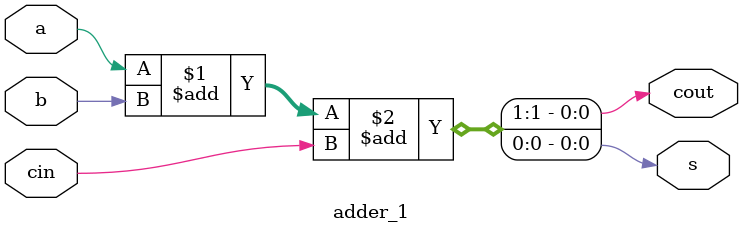
<source format=v>
module my_mul(
        input clk,
        input reset,
        input mul_signed,
        input [31:0] x,
        input [31:0] y,
        output [63:0] result
);
        //add 2 bit for signed/unsigned mul -> signed mul
        wire [33:0] a;
        wire [33:0] b;

        wire [34:0] b_slo; //左移一位，末尾填0 shift left one
        wire [67:0] p[16:0]; //17个68位部分积
        wire [16:0] t_p[67:0]; //p的转置
        wire [16:0] c; //17个末位加1信号，最高两位将连接最终加法器，其余接入华莱士树

        //wallce cin/cout/c/s
        wire [14:0] wal_cin[67:0];
        wire [14:0] wal_cout[67:0];
        wire [67:0] wal_c;
        wire [67:0] wal_s;

        //final adder
        reg [67:0] adder_a;
        reg [67:0] adder_b;
        reg adder_cin;
        wire [67:0] adder_result;

        assign a = {{2{mul_signed & x[31]}},x};
        assign b = {{2{mul_signed & y[31]}},y};
        assign b_slo = {b,1'b0};
generate
        genvar i;
        for(i=0;i<17;i=i+1) begin: gen_p_and_c
                assign p[i] =   {68{b_slo[2*i+2:2*i] == 3'b000 | b_slo[2*i+2:2*i] == 3'b111}} & 68'b0 |
                                {68{b_slo[2*i+2:2*i] == 3'b001 | b_slo[2*i+2:2*i] == 3'b010}} & {{(34-2*i){a[33]}},a,{(2*i){1'd0}}} |
                                {68{b_slo[2*i+2:2*i] == 3'b011}} & {{(33-2*i){a[33]}},a,{(2*i+1){1'd0}}} | 
                                {68{b_slo[2*i+2:2*i] == 3'b100}} & {{(33-2*i){~a[33]}},~a,{(2*i+1){1'd1}}} |
                                {68{b_slo[2*i+2:2*i] == 3'b101 | b_slo[2*i+2:2*i] == 3'b110}} & {{(34-2*i){~a[33]}},~a,{(2*i){1'd1}}} ;
                assign c[i] = b_slo[2*i+2:2*i] == 3'b100 | b_slo[2*i+2:2*i] == 3'b101 | b_slo[2*i+2:2*i] == 3'b110;
        end
endgenerate

generate
        genvar j;
        for(j=0;j<68;j=j+1) begin: transmit_p
        assign t_p[j] = {p[16][j],p[15][j],p[14][j],p[13][j],p[12][j],p[11][j],p[10][j],p[9][j],p[8][j],
                p[7][j],p[6][j],p[5][j],p[4][j],p[3][j],p[2][j],p[1][j],p[0][j]};
        end
endgenerate

assign wal_cin[0] = c[14:0];

generate
        genvar gv;
        for(gv=0;gv<67;gv=gv+1) begin: wal_connect
        assign wal_cin[gv+1] = wal_cout[gv];
        end
endgenerate

generate
        genvar k;
        for(k=0;k<68;k=k+1) begin: wallace_tree
        wallace_17 wal(t_p[k],wal_cin[k],wal_cout[k],wal_c[k],wal_s[k]);
        end
endgenerate

always @(posedge clk) begin
        if(reset) begin
                adder_a <= 68'b0;
                adder_b <= 68'b0;
                adder_cin <= 1'b0;
        end 
        else begin
                adder_a <= {wal_c[66:0],c[15]};
                adder_b <= wal_s;
                adder_cin <= c[16];
        end
end

assign adder_result = adder_a + adder_b + adder_cin;
assign result = adder_result[63:0];
endmodule

module wallace_17 (
        input wire [16:0] n,
        input wire [14:0] cin,
        output wire [14:0] cout,
        output wire c,
        output wire s
);
wire [14:0] tmp;
//first floor: 6
adder_1 a1(n[ 0],n[ 1],n[ 2],cout[ 0],tmp[ 0]);
adder_1 a2(n[ 3],n[ 4],n[ 5],cout[ 1],tmp[ 1]);
adder_1 a3(n[ 6],n[ 7],n[ 8],cout[ 2],tmp[ 2]);
adder_1 a4(n[ 9],n[10],n[11],cout[ 3],tmp[ 3]);
adder_1 a5(n[12],n[13],n[14],cout[ 4],tmp[ 4]);
adder_1 a6(n[15],n[16],1'b0 ,cout[ 5],tmp[ 5]);
//second floor: 3
adder_1 b1(tmp[0],tmp[1],tmp[2],cout[6],tmp[6]);
adder_1 b2(tmp[3],tmp[4],tmp[5],cout[7],tmp[7]);
adder_1 b3(cin[0],cin[1],cin[2],cout[8],tmp[8]);
//third floor: 3
adder_1 c1(tmp[6],tmp[7],tmp[8],cout[9],tmp[9]);
adder_1 c2(cin[3],cin[4],cin[5],cout[10],tmp[10]);
adder_1 c3(cin[6],cin[7],cin[8],cout[11],tmp[11]);
//fourth floor: 2
adder_1 d1(tmp[9],tmp[10],tmp[11],cout[12],tmp[12]);
adder_1 d2(cin[9],cin[10],cin[11],cout[13],tmp[13]);
//fifth floor: 1
adder_1 e1(tmp[12],tmp[13],cin[12],cout[14],tmp[14]);
//sixth floor: 1
adder_1 f1(tmp[14],cin[13],cin[14],c,s);

endmodule

module adder_1 (
        input wire a,
        input wire b,
        input wire cin,
        output wire cout,
        output wire s
);

assign {cout,s} = a+b+cin;
endmodule
</source>
